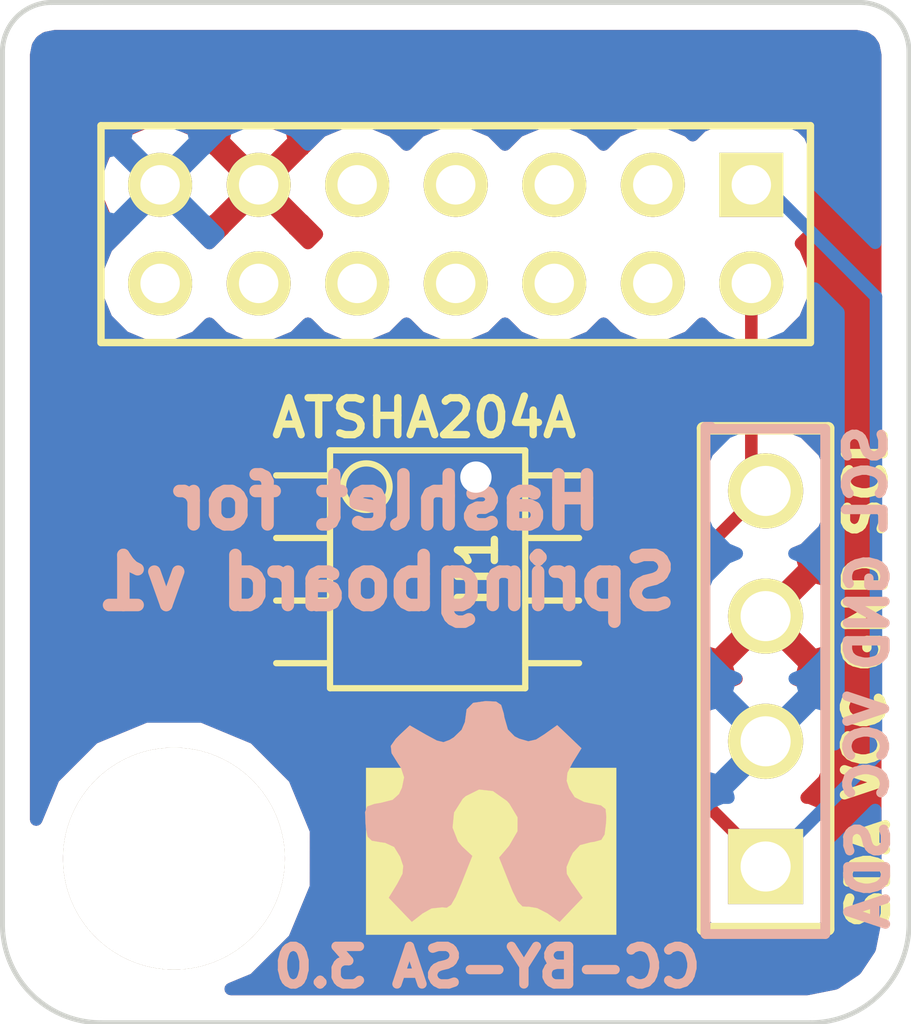
<source format=kicad_pcb>
(kicad_pcb (version 3) (host pcbnew "(2013-may-18)-stable")

  (general
    (links 8)
    (no_connects 0)
    (area 192.443134 134.899999 212.8436 155.79204)
    (thickness 1.6)
    (drawings 25)
    (tracks 14)
    (zones 0)
    (modules 6)
    (nets 5)
  )

  (page A3)
  (layers
    (15 F.Cu signal)
    (0 B.Cu signal)
    (16 B.Adhes user)
    (17 F.Adhes user)
    (18 B.Paste user)
    (19 F.Paste user)
    (20 B.SilkS user)
    (21 F.SilkS user)
    (22 B.Mask user)
    (23 F.Mask user)
    (24 Dwgs.User user)
    (25 Cmts.User user)
    (26 Eco1.User user)
    (27 Eco2.User user)
    (28 Edge.Cuts user)
  )

  (setup
    (last_trace_width 0.254)
    (trace_clearance 0.254)
    (zone_clearance 0.508)
    (zone_45_only no)
    (trace_min 0.254)
    (segment_width 0.2)
    (edge_width 0.1)
    (via_size 0.889)
    (via_drill 0.635)
    (via_min_size 0.889)
    (via_min_drill 0.508)
    (uvia_size 0.508)
    (uvia_drill 0.127)
    (uvias_allowed no)
    (uvia_min_size 0.508)
    (uvia_min_drill 0.127)
    (pcb_text_width 0.3)
    (pcb_text_size 1.5 1.5)
    (mod_edge_width 0.15)
    (mod_text_size 1 1)
    (mod_text_width 0.15)
    (pad_size 4.5 4.5)
    (pad_drill 4.5)
    (pad_to_mask_clearance 0)
    (aux_axis_origin 0 0)
    (visible_elements FFFFF3BF)
    (pcbplotparams
      (layerselection 284196865)
      (usegerberextensions true)
      (excludeedgelayer true)
      (linewidth 0.150000)
      (plotframeref false)
      (viasonmask false)
      (mode 1)
      (useauxorigin false)
      (hpglpennumber 1)
      (hpglpenspeed 20)
      (hpglpendiameter 15)
      (hpglpenoverlay 2)
      (psnegative false)
      (psa4output false)
      (plotreference true)
      (plotvalue true)
      (plotothertext true)
      (plotinvisibletext false)
      (padsonsilk false)
      (subtractmaskfromsilk false)
      (outputformat 1)
      (mirror false)
      (drillshape 0)
      (scaleselection 1)
      (outputdirectory Gergber/))
  )

  (net 0 "")
  (net 1 /I2C0SCL)
  (net 2 /I2C0SDA)
  (net 3 /VCC33)
  (net 4 GND)

  (net_class Default "This is the default net class."
    (clearance 0.254)
    (trace_width 0.254)
    (via_dia 0.889)
    (via_drill 0.635)
    (uvia_dia 0.508)
    (uvia_drill 0.127)
    (add_net "")
    (add_net /I2C0SCL)
    (add_net /I2C0SDA)
    (add_net /VCC33)
    (add_net GND)
  )

  (module PIN_ARRAY_4x1 (layer F.Cu) (tedit 54871BD1) (tstamp 5487257E)
    (at 209.44 148.67 90)
    (descr "Double rangee de contacts 2 x 5 pins")
    (tags CONN)
    (path /54871099)
    (fp_text reference P2 (at -4.08 -2.43 90) (layer F.SilkS) hide
      (effects (font (size 1.016 1.016) (thickness 0.2032)))
    )
    (fp_text value CONN_4 (at 0 2.54 90) (layer F.SilkS) hide
      (effects (font (size 1.016 1.016) (thickness 0.2032)))
    )
    (fp_line (start 5.08 1.27) (end -5.08 1.27) (layer F.SilkS) (width 0.254))
    (fp_line (start 5.08 -1.27) (end -5.08 -1.27) (layer F.SilkS) (width 0.254))
    (fp_line (start -5.08 -1.27) (end -5.08 1.27) (layer F.SilkS) (width 0.254))
    (fp_line (start 5.08 1.27) (end 5.08 -1.27) (layer F.SilkS) (width 0.254))
    (pad 1 thru_hole rect (at -3.81 0 90) (size 1.524 1.524) (drill 1.016)
      (layers *.Cu *.Mask F.SilkS)
      (net 2 /I2C0SDA)
    )
    (pad 2 thru_hole circle (at -1.27 0 90) (size 1.524 1.524) (drill 1.016)
      (layers *.Cu *.Mask F.SilkS)
      (net 3 /VCC33)
    )
    (pad 3 thru_hole circle (at 1.27 0 90) (size 1.524 1.524) (drill 1.016)
      (layers *.Cu *.Mask F.SilkS)
      (net 4 GND)
    )
    (pad 4 thru_hole circle (at 3.81 0 90) (size 1.524 1.524) (drill 1.016)
      (layers *.Cu *.Mask F.SilkS)
      (net 1 /I2C0SCL)
    )
    (model pin_array\pins_array_4x1.wrl
      (at (xyz 0 0 0))
      (scale (xyz 1 1 1))
      (rotate (xyz 0 0 0))
    )
  )

  (module PIN_ARRAY_1 (layer F.Cu) (tedit 5487AC26) (tstamp 548723D3)
    (at 197.43 152.32)
    (descr "1 pin")
    (tags "CONN DEV")
    (fp_text reference PIN_ARRAY_1 (at 0 -1.905) (layer F.SilkS) hide
      (effects (font (size 0.762 0.762) (thickness 0.1524)))
    )
    (fp_text value Val** (at 0 -1.905) (layer F.SilkS) hide
      (effects (font (size 0.762 0.762) (thickness 0.1524)))
    )
    (pad 1 thru_hole circle (at 0 0) (size 4.5 4.5) (drill 4.5)
      (layers *.Cu *.Mask F.SilkS)
    )
  )

  (module so-8 (layer F.Cu) (tedit 54871D2E) (tstamp 54686585)
    (at 202.58 146.45 270)
    (descr SO-8)
    (path /54685FEC)
    (attr smd)
    (fp_text reference U1 (at 0 -1.016 270) (layer F.SilkS)
      (effects (font (size 0.7493 0.7493) (thickness 0.14986)))
    )
    (fp_text value ATSHA204A (at -3.07 0.07 360) (layer F.SilkS)
      (effects (font (size 0.7493 0.7493) (thickness 0.14986)))
    )
    (fp_line (start -2.413 -1.9812) (end -2.413 1.9812) (layer F.SilkS) (width 0.127))
    (fp_line (start -2.413 1.9812) (end 2.413 1.9812) (layer F.SilkS) (width 0.127))
    (fp_line (start 2.413 1.9812) (end 2.413 -1.9812) (layer F.SilkS) (width 0.127))
    (fp_line (start 2.413 -1.9812) (end -2.413 -1.9812) (layer F.SilkS) (width 0.127))
    (fp_line (start -1.905 -1.9812) (end -1.905 -3.0734) (layer F.SilkS) (width 0.127))
    (fp_line (start -0.635 -1.9812) (end -0.635 -3.0734) (layer F.SilkS) (width 0.127))
    (fp_line (start 0.635 -1.9812) (end 0.635 -3.0734) (layer F.SilkS) (width 0.127))
    (fp_line (start 1.905 -3.0734) (end 1.905 -1.9812) (layer F.SilkS) (width 0.127))
    (fp_line (start 1.905 1.9812) (end 1.905 3.0734) (layer F.SilkS) (width 0.127))
    (fp_line (start 0.635 3.0734) (end 0.635 1.9812) (layer F.SilkS) (width 0.127))
    (fp_line (start -0.635 3.0734) (end -0.635 1.9812) (layer F.SilkS) (width 0.127))
    (fp_line (start -1.905 3.0734) (end -1.905 1.9812) (layer F.SilkS) (width 0.127))
    (fp_circle (center -1.6764 1.2446) (end -1.9558 1.6256) (layer F.SilkS) (width 0.127))
    (pad 1 smd rect (at -1.905 2.794 270) (size 0.635 1.27)
      (layers F.Cu F.Paste F.Mask)
    )
    (pad 2 smd rect (at -0.635 2.794 270) (size 0.635 1.27)
      (layers F.Cu F.Paste F.Mask)
    )
    (pad 3 smd rect (at 0.635 2.794 270) (size 0.635 1.27)
      (layers F.Cu F.Paste F.Mask)
    )
    (pad 4 smd rect (at 1.905 2.794 270) (size 0.635 1.27)
      (layers F.Cu F.Paste F.Mask)
      (net 4 GND)
    )
    (pad 5 smd rect (at 1.905 -2.794 270) (size 0.635 1.27)
      (layers F.Cu F.Paste F.Mask)
      (net 2 /I2C0SDA)
    )
    (pad 6 smd rect (at 0.635 -2.794 270) (size 0.635 1.27)
      (layers F.Cu F.Paste F.Mask)
      (net 1 /I2C0SCL)
    )
    (pad 7 smd rect (at -0.635 -2.794 270) (size 0.635 1.27)
      (layers F.Cu F.Paste F.Mask)
    )
    (pad 8 smd rect (at -1.905 -2.794 270) (size 0.635 1.27)
      (layers F.Cu F.Paste F.Mask)
      (net 3 /VCC33)
    )
    (model smd/smd_dil/so-8.wrl
      (at (xyz 0 0 0))
      (scale (xyz 1 1 1))
      (rotate (xyz 0 0 0))
    )
  )

  (module pin_array_2mm_7x2 (layer F.Cu) (tedit 54871D4C) (tstamp 546865A7)
    (at 203.15 139.65 180)
    (descr "Double range 2mm pins 7x2")
    (tags CONN)
    (path /54685D57)
    (fp_text reference P1 (at 6.33 -3.15 180) (layer F.SilkS) hide
      (effects (font (size 1.016 1.016) (thickness 0.2032)))
    )
    (fp_text value CONN_7X2 (at 0 3.81 180) (layer F.SilkS) hide
      (effects (font (size 1.016 1.016) (thickness 0.2032)))
    )
    (fp_line (start -7.2 -2.2) (end 7.2 -2.2) (layer F.SilkS) (width 0.15))
    (fp_line (start 7.2 -2.2) (end 7.2 2.2) (layer F.SilkS) (width 0.15))
    (fp_line (start 7.2 2.2) (end -7.2 2.2) (layer F.SilkS) (width 0.15))
    (fp_line (start -7.2 2.2) (end -7.2 -2.2) (layer F.SilkS) (width 0.15))
    (pad 1 thru_hole rect (at -6 1 180) (size 1.3 1.3) (drill 0.8)
      (layers *.Cu *.Mask F.SilkS)
      (net 2 /I2C0SDA)
    )
    (pad 2 thru_hole circle (at -6 -1 180) (size 1.3 1.3) (drill 0.8)
      (layers *.Cu *.Mask F.SilkS)
      (net 1 /I2C0SCL)
    )
    (pad 3 thru_hole circle (at -4 1 180) (size 1.3 1.3) (drill 0.8)
      (layers *.Cu *.Mask F.SilkS)
    )
    (pad 4 thru_hole circle (at -4 -1 180) (size 1.3 1.3) (drill 0.8)
      (layers *.Cu *.Mask F.SilkS)
    )
    (pad 5 thru_hole circle (at -2 1 180) (size 1.3 1.3) (drill 0.8)
      (layers *.Cu *.Mask F.SilkS)
    )
    (pad 6 thru_hole circle (at -2 -1 180) (size 1.3 1.3) (drill 0.8)
      (layers *.Cu *.Mask F.SilkS)
    )
    (pad 7 thru_hole circle (at 0 1 180) (size 1.3 1.3) (drill 0.8)
      (layers *.Cu *.Mask F.SilkS)
    )
    (pad 8 thru_hole circle (at 0 -1 180) (size 1.3 1.3) (drill 0.8)
      (layers *.Cu *.Mask F.SilkS)
    )
    (pad 9 thru_hole circle (at 2 1 180) (size 1.3 1.3) (drill 0.8)
      (layers *.Cu *.Mask F.SilkS)
    )
    (pad 10 thru_hole circle (at 2 -1 180) (size 1.3 1.3) (drill 0.8)
      (layers *.Cu *.Mask F.SilkS)
    )
    (pad 11 thru_hole circle (at 4 1 180) (size 1.3 1.3) (drill 0.8)
      (layers *.Cu *.Mask F.SilkS)
      (net 4 GND)
    )
    (pad 12 thru_hole circle (at 4 -1 180) (size 1.3 1.3) (drill 0.8)
      (layers *.Cu *.Mask F.SilkS)
    )
    (pad 13 thru_hole circle (at 6 1 180) (size 1.3 1.3) (drill 0.8)
      (layers *.Cu *.Mask F.SilkS)
      (net 3 /VCC33)
    )
    (pad 14 thru_hole circle (at 6 -1 180) (size 1.3 1.3) (drill 0.8)
      (layers *.Cu *.Mask F.SilkS)
    )
    (model pin_array/pins_array_female_7x1.wrl
      (at (xyz 0 0.039 0))
      (scale (xyz 0.78 0.78 1))
      (rotate (xyz 0 0 0))
    )
    (model pin_array/pins_array_female_7x1.wrl
      (at (xyz 0 -0.039 0))
      (scale (xyz 0.78 0.78 1))
      (rotate (xyz 0 0 0))
    )
  )

  (module LOGO (layer F.Cu) (tedit 0) (tstamp 54872818)
    (at 203.87 152.17)
    (fp_text reference G*** (at 0 2.45364) (layer F.SilkS) hide
      (effects (font (size 1.524 1.524) (thickness 0.3048)))
    )
    (fp_text value LOGO (at 0 -2.45364) (layer F.SilkS) hide
      (effects (font (size 1.524 1.524) (thickness 0.3048)))
    )
    (fp_poly (pts (xy 2.54 1.69418) (xy 0 1.69418) (xy -2.54 1.69418) (xy -2.54 0)
      (xy -2.54 -1.69164) (xy 0 -1.69164) (xy 2.54 -1.69164) (xy 2.54 0)
      (xy 2.54 1.69418) (xy 2.54 1.69418)) (layer F.SilkS) (width 0.00254))
  )

  (module OSHW (layer B.Cu) (tedit 0) (tstamp 548728E9)
    (at 203.76 151.41)
    (fp_text reference G*** (at 0 -3.048) (layer B.SilkS) hide
      (effects (font (size 1.524 1.524) (thickness 0.3048)) (justify mirror))
    )
    (fp_text value LOGO (at 0 3.048) (layer B.SilkS) hide
      (effects (font (size 1.524 1.524) (thickness 0.3048)) (justify mirror))
    )
    (fp_poly (pts (xy 2.44602 0.06604) (xy 2.4384 0.19812) (xy 2.41046 0.42164) (xy 2.34442 0.52832)
      (xy 2.1971 0.56896) (xy 2.1336 0.57658) (xy 1.91262 0.635) (xy 1.76784 0.78994)
      (xy 1.71958 0.88392) (xy 1.6383 1.0795) (xy 1.64338 1.2192) (xy 1.7399 1.38684)
      (xy 1.77546 1.4351) (xy 1.96596 1.70434) (xy 1.73228 1.94818) (xy 1.4986 2.19456)
      (xy 1.25222 2.0193) (xy 1.04394 1.91262) (xy 0.86106 1.88214) (xy 0.84582 1.88468)
      (xy 0.74676 1.8796) (xy 0.65278 1.78562) (xy 0.5461 1.57226) (xy 0.48006 1.4097)
      (xy 0.27178 0.889) (xy 0.47498 0.65024) (xy 0.64516 0.3556) (xy 0.6477 0.07366)
      (xy 0.48006 -0.20574) (xy 0.42926 -0.26162) (xy 0.14478 -0.46228) (xy -0.13716 -0.49276)
      (xy -0.40894 -0.35814) (xy -0.4699 -0.30226) (xy -0.64516 -0.0254) (xy -0.67564 0.28194)
      (xy -0.56388 0.56642) (xy -0.47752 0.66802) (xy -0.27432 0.85598) (xy -0.49022 1.39954)
      (xy -0.61214 1.68656) (xy -0.70358 1.84658) (xy -0.79248 1.905) (xy -0.88646 1.89738)
      (xy -1.10236 1.92024) (xy -1.2827 2.02184) (xy -1.50114 2.19202) (xy -1.73482 1.94818)
      (xy -1.9685 1.70434) (xy -1.79578 1.4224) (xy -1.6891 1.2192) (xy -1.67386 1.05918)
      (xy -1.73736 0.87122) (xy -1.85928 0.6731) (xy -2.04216 0.58928) (xy -2.1336 0.57658)
      (xy -2.3114 0.5461) (xy -2.39776 0.46482) (xy -2.43332 0.28448) (xy -2.44094 0.1905)
      (xy -2.44856 -0.03556) (xy -2.40538 -0.14732) (xy -2.26314 -0.19812) (xy -2.12852 -0.22098)
      (xy -1.88976 -0.28194) (xy -1.76022 -0.39878) (xy -1.69926 -0.52832) (xy -1.65608 -0.73914)
      (xy -1.71704 -0.92202) (xy -1.78054 -1.01854) (xy -1.91262 -1.22936) (xy -1.92786 -1.37668)
      (xy -1.82626 -1.52146) (xy -1.74498 -1.60274) (xy -1.54178 -1.79324) (xy -1.2065 -1.6002)
      (xy -0.99314 -1.4859) (xy -0.85852 -1.45288) (xy -0.73406 -1.4986) (xy -0.6477 -1.55194)
      (xy -0.49022 -1.70434) (xy -0.42418 -1.85928) (xy -0.38862 -2.11836) (xy -0.25654 -2.25044)
      (xy -0.00254 -2.286) (xy 0 -2.286) (xy 0.21082 -2.27584) (xy 0.31242 -2.20726)
      (xy 0.36576 -2.032) (xy 0.37846 -1.9558) (xy 0.44958 -1.70942) (xy 0.58674 -1.56972)
      (xy 0.67818 -1.524) (xy 0.8636 -1.47066) (xy 1.02108 -1.50622) (xy 1.18618 -1.61036)
      (xy 1.45034 -1.79832) (xy 1.69672 -1.56464) (xy 1.9431 -1.32842) (xy 1.7653 -1.0414)
      (xy 1.65608 -0.83058) (xy 1.64084 -0.66548) (xy 1.69164 -0.51308) (xy 1.8034 -0.33528)
      (xy 1.9939 -0.23876) (xy 2.12852 -0.21082) (xy 2.33934 -0.16764) (xy 2.43078 -0.09398)
      (xy 2.44602 0.06604) (xy 2.44602 0.06604)) (layer B.SilkS) (width 0.00254))
  )

  (gr_text "CC-BY-SA 3.0\n" (at 203.79 154.52) (layer B.SilkS)
    (effects (font (size 0.762 0.762) (thickness 0.1905)) (justify mirror))
  )
  (gr_text "Hashlet for\nSpringboard v1" (at 201.75 145.9) (layer B.SilkS)
    (effects (font (size 1.016 1.016) (thickness 0.254)) (justify mirror))
  )
  (gr_text VCC (at 211.51 150.04 90) (layer B.SilkS)
    (effects (font (size 0.762 0.762) (thickness 0.1905)) (justify mirror))
  )
  (gr_text SCL (at 211.48 144.62 90) (layer B.SilkS)
    (effects (font (size 0.762 0.762) (thickness 0.1905)) (justify mirror))
  )
  (gr_text SDA (at 211.53 152.65 90) (layer B.SilkS)
    (effects (font (size 0.762 0.762) (thickness 0.1905)) (justify mirror))
  )
  (gr_text GND (at 211.52 147.32 90) (layer B.SilkS)
    (effects (font (size 0.762 0.762) (thickness 0.1905)) (justify mirror))
  )
  (gr_line (start 208.22 143.56) (end 208.33 143.56) (angle 90) (layer B.SilkS) (width 0.2))
  (gr_line (start 208.22 153.85) (end 208.22 143.56) (angle 90) (layer B.SilkS) (width 0.2))
  (gr_line (start 210.65 153.85) (end 208.22 153.85) (angle 90) (layer B.SilkS) (width 0.2))
  (gr_line (start 210.65 143.6) (end 210.65 153.85) (angle 90) (layer B.SilkS) (width 0.2))
  (gr_line (start 208.22 143.6) (end 210.65 143.6) (angle 90) (layer B.SilkS) (width 0.2))
  (gr_text VCC (at 211.46 150.01 90) (layer F.SilkS)
    (effects (font (size 0.762 0.762) (thickness 0.1905)))
  )
  (gr_text SCL (at 211.48 144.72 90) (layer F.SilkS)
    (effects (font (size 0.762 0.762) (thickness 0.1905)))
  )
  (gr_text SDA (at 211.53 152.63 90) (layer F.SilkS)
    (effects (font (size 0.762 0.762) (thickness 0.1905)))
  )
  (gr_text GND (at 211.48 147.35 90) (layer F.SilkS)
    (effects (font (size 0.762 0.762) (thickness 0.1905)))
  )
  (gr_line (start 195.95 155.65) (end 210.35 155.65) (angle 90) (layer Edge.Cuts) (width 0.1))
  (gr_arc (start 195.95 153.65) (end 195.95 155.65) (angle 90) (layer Edge.Cuts) (width 0.1))
  (gr_line (start 193.95 135.95) (end 193.95 153.65) (angle 90) (layer Edge.Cuts) (width 0.1))
  (gr_arc (start 194.95 135.95) (end 193.95 135.95) (angle 90) (layer Edge.Cuts) (width 0.1))
  (gr_line (start 195.95 134.95) (end 194.94 134.95) (angle 90) (layer Edge.Cuts) (width 0.1))
  (gr_line (start 212.35 153.65) (end 212.35 135.95) (angle 90) (layer Edge.Cuts) (width 0.1))
  (gr_arc (start 210.35 153.65) (end 212.35 153.65) (angle 90) (layer Edge.Cuts) (width 0.1))
  (gr_arc (start 211.35 135.95) (end 211.35 134.95) (angle 90) (layer Edge.Cuts) (width 0.1))
  (gr_line (start 210.35 134.95) (end 211.35 134.95) (angle 90) (layer Edge.Cuts) (width 0.1))
  (gr_line (start 210.35 134.95) (end 195.95 134.95) (angle 90) (layer Edge.Cuts) (width 0.1))

  (segment (start 209.44 144.86) (end 209.39 144.86) (width 0.254) (layer F.Cu) (net 1))
  (segment (start 207.165 147.085) (end 205.374 147.085) (width 0.254) (layer F.Cu) (net 1) (tstamp 5487B250))
  (segment (start 209.39 144.86) (end 207.165 147.085) (width 0.254) (layer F.Cu) (net 1) (tstamp 5487B241))
  (segment (start 209.15 140.65) (end 209.15 144.57) (width 0.254) (layer F.Cu) (net 1))
  (segment (start 209.15 144.57) (end 209.44 144.86) (width 0.254) (layer F.Cu) (net 1) (tstamp 5487B23A))
  (segment (start 209.15 138.65) (end 209.41 138.65) (width 0.254) (layer B.Cu) (net 2))
  (segment (start 211.68 150.24) (end 209.44 152.48) (width 0.254) (layer B.Cu) (net 2) (tstamp 5487B26C))
  (segment (start 211.68 140.92) (end 211.68 150.24) (width 0.254) (layer B.Cu) (net 2) (tstamp 5487B25F))
  (segment (start 209.41 138.65) (end 211.68 140.92) (width 0.254) (layer B.Cu) (net 2) (tstamp 5487B25B))
  (segment (start 209.44 152.48) (end 209.44 152.421) (width 0.254) (layer F.Cu) (net 2))
  (segment (start 209.44 152.421) (end 205.374 148.355) (width 0.254) (layer F.Cu) (net 2) (tstamp 5487B071))
  (segment (start 205.374 144.545) (end 203.595 144.545) (width 0.254) (layer F.Cu) (net 3))
  (via (at 203.56 144.58) (size 0.889) (layers F.Cu B.Cu) (net 3))
  (segment (start 203.595 144.545) (end 203.56 144.58) (width 0.254) (layer F.Cu) (net 3) (tstamp 5487ABB7))

  (zone (net 4) (net_name GND) (layer F.Cu) (tstamp 54872389) (hatch edge 0.508)
    (connect_pads (clearance 0.508))
    (min_thickness 0.254)
    (fill (arc_segments 16) (thermal_gap 0.508) (thermal_bridge_width 0.508))
    (polygon
      (pts
        (xy 195 135.14) (xy 211.3 135.14) (xy 212.03 135.71) (xy 212.18 153.66) (xy 211.68 154.84)
        (xy 210.65 155.41) (xy 195.76 155.45) (xy 194.73 154.84) (xy 194.16 153.92) (xy 194.16 135.79)
        (xy 194.92 135.14)
      )
    )
    (filled_polygon
      (pts
        (xy 211.665 153.585707) (xy 211.552964 154.146387) (xy 211.269288 154.571742) (xy 210.849626 154.851623) (xy 210.849143 154.851719)
        (xy 210.849143 147.607696) (xy 210.82136 147.052631) (xy 210.662396 146.668858) (xy 210.420212 146.599393) (xy 209.619605 147.4)
        (xy 210.420212 148.200607) (xy 210.662396 148.131142) (xy 210.849143 147.607696) (xy 210.849143 154.851719) (xy 210.837241 154.854097)
        (xy 210.837241 149.663339) (xy 210.625009 149.149697) (xy 210.23237 148.756372) (xy 210.040269 148.676605) (xy 210.171142 148.622396)
        (xy 210.240607 148.380212) (xy 209.44 147.579605) (xy 208.639393 148.380212) (xy 208.708858 148.622396) (xy 208.849321 148.672508)
        (xy 208.649697 148.754991) (xy 208.256372 149.14763) (xy 208.043244 149.660901) (xy 208.042994 149.946364) (xy 206.644109 148.547479)
        (xy 206.64411 148.546745) (xy 206.64411 147.911745) (xy 206.617358 147.847) (xy 207.165 147.847) (xy 207.165 147.846999)
        (xy 207.456604 147.788996) (xy 207.456605 147.788996) (xy 207.703815 147.623815) (xy 208.035836 147.291793) (xy 208.05864 147.747369)
        (xy 208.217604 148.131142) (xy 208.459788 148.200607) (xy 209.260395 147.4) (xy 209.246252 147.385857) (xy 209.425857 147.206252)
        (xy 209.44 147.220395) (xy 210.240607 146.419788) (xy 210.171142 146.177604) (xy 210.030678 146.127491) (xy 210.230303 146.045009)
        (xy 210.623628 145.65237) (xy 210.836756 145.139099) (xy 210.837241 144.583339) (xy 210.625009 144.069697) (xy 210.23237 143.676372)
        (xy 209.912 143.543343) (xy 209.912 141.705009) (xy 210.238734 141.378844) (xy 210.434776 140.906724) (xy 210.435222 140.395519)
        (xy 210.240005 139.923057) (xy 210.156756 139.839662) (xy 210.159229 139.838641) (xy 210.338013 139.660168) (xy 210.434889 139.426864)
        (xy 210.43511 139.174245) (xy 210.43511 137.874245) (xy 210.338641 137.640771) (xy 210.160168 137.461987) (xy 209.926864 137.365111)
        (xy 209.674245 137.36489) (xy 208.374245 137.36489) (xy 208.140771 137.461359) (xy 207.961987 137.639832) (xy 207.960602 137.643166)
        (xy 207.878844 137.561266) (xy 207.406724 137.365224) (xy 206.895519 137.364778) (xy 206.423057 137.559995) (xy 206.14984 137.832735)
        (xy 205.878844 137.561266) (xy 205.406724 137.365224) (xy 204.895519 137.364778) (xy 204.423057 137.559995) (xy 204.14984 137.832735)
        (xy 203.878844 137.561266) (xy 203.406724 137.365224) (xy 202.895519 137.364778) (xy 202.423057 137.559995) (xy 202.14984 137.832735)
        (xy 201.878844 137.561266) (xy 201.406724 137.365224) (xy 200.895519 137.364778) (xy 200.423057 137.559995) (xy 200.061266 137.921156)
        (xy 200.056588 137.93242) (xy 200.049014 137.930591) (xy 199.869409 138.110196) (xy 199.869409 137.750986) (xy 199.813729 137.52039)
        (xy 199.330922 137.352378) (xy 198.820572 137.381919) (xy 198.486271 137.52039) (xy 198.430591 137.750986) (xy 199.15 138.470395)
        (xy 199.869409 137.750986) (xy 199.869409 138.110196) (xy 199.329605 138.65) (xy 200.049014 139.369409) (xy 200.056168 139.367681)
        (xy 200.059995 139.376943) (xy 200.332735 139.650159) (xy 200.14984 139.832735) (xy 199.878844 139.561266) (xy 199.867579 139.556588)
        (xy 199.869409 139.549014) (xy 199.15 138.829605) (xy 198.430591 139.549014) (xy 198.432318 139.556168) (xy 198.423057 139.559995)
        (xy 198.14984 139.832735) (xy 197.967264 139.64984) (xy 198.238734 139.378844) (xy 198.243411 139.367579) (xy 198.250986 139.369409)
        (xy 198.970395 138.65) (xy 198.250986 137.930591) (xy 198.243831 137.932318) (xy 198.240005 137.923057) (xy 197.878844 137.561266)
        (xy 197.406724 137.365224) (xy 196.895519 137.364778) (xy 196.423057 137.559995) (xy 196.061266 137.921156) (xy 195.865224 138.393276)
        (xy 195.864778 138.904481) (xy 196.059995 139.376943) (xy 196.332735 139.650159) (xy 196.061266 139.921156) (xy 195.865224 140.393276)
        (xy 195.864778 140.904481) (xy 196.059995 141.376943) (xy 196.421156 141.738734) (xy 196.893276 141.934776) (xy 197.404481 141.935222)
        (xy 197.876943 141.740005) (xy 198.150159 141.467264) (xy 198.421156 141.738734) (xy 198.893276 141.934776) (xy 199.404481 141.935222)
        (xy 199.876943 141.740005) (xy 200.150159 141.467264) (xy 200.421156 141.738734) (xy 200.893276 141.934776) (xy 201.404481 141.935222)
        (xy 201.876943 141.740005) (xy 202.150159 141.467264) (xy 202.421156 141.738734) (xy 202.893276 141.934776) (xy 203.404481 141.935222)
        (xy 203.876943 141.740005) (xy 204.150159 141.467264) (xy 204.421156 141.738734) (xy 204.893276 141.934776) (xy 205.404481 141.935222)
        (xy 205.876943 141.740005) (xy 206.150159 141.467264) (xy 206.421156 141.738734) (xy 206.893276 141.934776) (xy 207.404481 141.935222)
        (xy 207.876943 141.740005) (xy 208.150159 141.467264) (xy 208.388 141.70552) (xy 208.388 143.936231) (xy 208.256372 144.06763)
        (xy 208.043244 144.580901) (xy 208.042765 145.129604) (xy 206.84937 146.323) (xy 206.617465 146.323) (xy 206.643889 146.259364)
        (xy 206.64411 146.006745) (xy 206.64411 145.371745) (xy 206.564806 145.179815) (xy 206.643889 144.989364) (xy 206.64411 144.736745)
        (xy 206.64411 144.101745) (xy 206.547641 143.868271) (xy 206.369168 143.689487) (xy 206.135864 143.592611) (xy 205.883245 143.59239)
        (xy 204.613245 143.59239) (xy 204.379771 143.688859) (xy 204.287588 143.780881) (xy 204.172286 143.665378) (xy 203.775668 143.500687)
        (xy 203.346216 143.500313) (xy 202.949311 143.664311) (xy 202.645378 143.967714) (xy 202.480687 144.364332) (xy 202.480313 144.793784)
        (xy 202.644311 145.190689) (xy 202.947714 145.494622) (xy 203.344332 145.659313) (xy 203.773784 145.659687) (xy 204.103977 145.523253)
        (xy 204.10389 145.623255) (xy 204.10389 146.258255) (xy 204.183193 146.450184) (xy 204.104111 146.640636) (xy 204.10389 146.893255)
        (xy 204.10389 147.528255) (xy 204.183193 147.720184) (xy 204.104111 147.910636) (xy 204.10389 148.163255) (xy 204.10389 148.798255)
        (xy 204.200359 149.031729) (xy 204.378832 149.210513) (xy 204.612136 149.307389) (xy 204.864755 149.30761) (xy 205.248979 149.30761)
        (xy 208.04289 152.10152) (xy 208.04289 153.367755) (xy 208.139359 153.601229) (xy 208.317832 153.780013) (xy 208.551136 153.876889)
        (xy 208.803755 153.87711) (xy 210.327755 153.87711) (xy 210.561229 153.780641) (xy 210.740013 153.602168) (xy 210.836889 153.368864)
        (xy 210.83711 153.116245) (xy 210.83711 151.592245) (xy 210.740641 151.358771) (xy 210.562168 151.179987) (xy 210.328864 151.083111)
        (xy 210.272323 151.083061) (xy 210.623628 150.73237) (xy 210.836756 150.219099) (xy 210.837241 149.663339) (xy 210.837241 154.854097)
        (xy 210.282231 154.965) (xy 201.05611 154.965) (xy 201.05611 148.798255) (xy 201.05611 147.911745) (xy 200.976806 147.719815)
        (xy 201.055889 147.529364) (xy 201.05611 147.276745) (xy 201.05611 146.641745) (xy 200.976806 146.449815) (xy 201.055889 146.259364)
        (xy 201.05611 146.006745) (xy 201.05611 145.371745) (xy 200.976806 145.179815) (xy 201.055889 144.989364) (xy 201.05611 144.736745)
        (xy 201.05611 144.101745) (xy 200.959641 143.868271) (xy 200.781168 143.689487) (xy 200.547864 143.592611) (xy 200.295245 143.59239)
        (xy 199.025245 143.59239) (xy 198.791771 143.688859) (xy 198.612987 143.867332) (xy 198.516111 144.100636) (xy 198.51589 144.353255)
        (xy 198.51589 144.988255) (xy 198.595193 145.180184) (xy 198.516111 145.370636) (xy 198.51589 145.623255) (xy 198.51589 146.258255)
        (xy 198.595193 146.450184) (xy 198.516111 146.640636) (xy 198.51589 146.893255) (xy 198.51589 147.528255) (xy 198.595117 147.72)
        (xy 198.51589 147.911745) (xy 198.516 148.06925) (xy 198.67475 148.228) (xy 199.659 148.228) (xy 199.659 148.208)
        (xy 199.913 148.208) (xy 199.913 148.228) (xy 200.89725 148.228) (xy 201.056 148.06925) (xy 201.05611 147.911745)
        (xy 201.05611 148.798255) (xy 201.056 148.64075) (xy 200.89725 148.482) (xy 199.913 148.482) (xy 199.913 149.14875)
        (xy 200.07175 149.3075) (xy 200.295245 149.30761) (xy 200.547864 149.307389) (xy 200.781168 149.210513) (xy 200.959641 149.031729)
        (xy 201.05611 148.798255) (xy 201.05611 154.965) (xy 198.583396 154.965) (xy 199.062086 154.76721) (xy 199.874357 153.956355)
        (xy 200.314498 152.89638) (xy 200.315499 151.748656) (xy 199.87721 150.687914) (xy 199.659 150.469322) (xy 199.659 149.14875)
        (xy 199.659 148.482) (xy 198.67475 148.482) (xy 198.516 148.64075) (xy 198.51589 148.798255) (xy 198.612359 149.031729)
        (xy 198.790832 149.210513) (xy 199.024136 149.307389) (xy 199.276755 149.30761) (xy 199.50025 149.3075) (xy 199.659 149.14875)
        (xy 199.659 150.469322) (xy 199.066355 149.875643) (xy 198.00638 149.435502) (xy 196.858656 149.434501) (xy 195.797914 149.87279)
        (xy 194.985643 150.683645) (xy 194.635 151.528085) (xy 194.635 136.017164) (xy 194.671115 135.834766) (xy 194.736099 135.737328)
        (xy 194.8349 135.671435) (xy 195.018916 135.635) (xy 195.95 135.635) (xy 210.35 135.635) (xy 211.282835 135.635)
        (xy 211.465233 135.671115) (xy 211.562671 135.736099) (xy 211.628564 135.8349) (xy 211.665 136.018916) (xy 211.665 153.585707)
      )
    )
  )
  (zone (net 3) (net_name /VCC33) (layer B.Cu) (tstamp 5487238B) (hatch edge 0.508)
    (connect_pads (clearance 0.508))
    (min_thickness 0.254)
    (fill (arc_segments 16) (thermal_gap 0.508) (thermal_bridge_width 0.508))
    (polygon
      (pts
        (xy 195.83 155.37) (xy 194.65 154.84) (xy 194.23 153.92) (xy 194.23 135.79) (xy 194.84 135.22)
        (xy 211.42 135.22) (xy 212.03 135.67) (xy 212.18 153.66) (xy 211.72 154.72) (xy 210.54 155.41)
        (xy 195.95 155.41)
      )
    )
    (filled_polygon
      (pts
        (xy 211.665 153.585707) (xy 211.552964 154.146387) (xy 211.269288 154.571742) (xy 210.849626 154.851623) (xy 210.282231 154.965)
        (xy 198.583396 154.965) (xy 199.062086 154.76721) (xy 199.874357 153.956355) (xy 200.314498 152.89638) (xy 200.315499 151.748656)
        (xy 199.87721 150.687914) (xy 199.066355 149.875643) (xy 198.00638 149.435502) (xy 196.858656 149.434501) (xy 195.797914 149.87279)
        (xy 194.985643 150.683645) (xy 194.635 151.528085) (xy 194.635 136.017164) (xy 194.671115 135.834766) (xy 194.736099 135.737328)
        (xy 194.8349 135.671435) (xy 195.018916 135.635) (xy 195.95 135.635) (xy 210.35 135.635) (xy 211.282835 135.635)
        (xy 211.465233 135.671115) (xy 211.562671 135.736099) (xy 211.628564 135.8349) (xy 211.665 136.018916) (xy 211.665 139.827369)
        (xy 210.43511 138.597479) (xy 210.43511 137.874245) (xy 210.338641 137.640771) (xy 210.160168 137.461987) (xy 209.926864 137.365111)
        (xy 209.674245 137.36489) (xy 208.374245 137.36489) (xy 208.140771 137.461359) (xy 207.961987 137.639832) (xy 207.960602 137.643166)
        (xy 207.878844 137.561266) (xy 207.406724 137.365224) (xy 206.895519 137.364778) (xy 206.423057 137.559995) (xy 206.14984 137.832735)
        (xy 205.878844 137.561266) (xy 205.406724 137.365224) (xy 204.895519 137.364778) (xy 204.423057 137.559995) (xy 204.14984 137.832735)
        (xy 203.878844 137.561266) (xy 203.406724 137.365224) (xy 202.895519 137.364778) (xy 202.423057 137.559995) (xy 202.14984 137.832735)
        (xy 201.878844 137.561266) (xy 201.406724 137.365224) (xy 200.895519 137.364778) (xy 200.423057 137.559995) (xy 200.14984 137.832735)
        (xy 199.878844 137.561266) (xy 199.406724 137.365224) (xy 198.895519 137.364778) (xy 198.423057 137.559995) (xy 198.061266 137.921156)
        (xy 198.056588 137.93242) (xy 198.049014 137.930591) (xy 197.869409 138.110196) (xy 197.869409 137.750986) (xy 197.813729 137.52039)
        (xy 197.330922 137.352378) (xy 196.820572 137.381919) (xy 196.486271 137.52039) (xy 196.430591 137.750986) (xy 197.15 138.470395)
        (xy 197.869409 137.750986) (xy 197.869409 138.110196) (xy 197.329605 138.65) (xy 198.049014 139.369409) (xy 198.056168 139.367681)
        (xy 198.059995 139.376943) (xy 198.332735 139.650159) (xy 198.14984 139.832735) (xy 197.878844 139.561266) (xy 197.867579 139.556588)
        (xy 197.869409 139.549014) (xy 197.15 138.829605) (xy 196.970395 139.00921) (xy 196.970395 138.65) (xy 196.250986 137.930591)
        (xy 196.02039 137.986271) (xy 195.852378 138.469078) (xy 195.881919 138.979428) (xy 196.02039 139.313729) (xy 196.250986 139.369409)
        (xy 196.970395 138.65) (xy 196.970395 139.00921) (xy 196.430591 139.549014) (xy 196.432318 139.556168) (xy 196.423057 139.559995)
        (xy 196.061266 139.921156) (xy 195.865224 140.393276) (xy 195.864778 140.904481) (xy 196.059995 141.376943) (xy 196.421156 141.738734)
        (xy 196.893276 141.934776) (xy 197.404481 141.935222) (xy 197.876943 141.740005) (xy 198.150159 141.467264) (xy 198.421156 141.738734)
        (xy 198.893276 141.934776) (xy 199.404481 141.935222) (xy 199.876943 141.740005) (xy 200.150159 141.467264) (xy 200.421156 141.738734)
        (xy 200.893276 141.934776) (xy 201.404481 141.935222) (xy 201.876943 141.740005) (xy 202.150159 141.467264) (xy 202.421156 141.738734)
        (xy 202.893276 141.934776) (xy 203.404481 141.935222) (xy 203.876943 141.740005) (xy 204.150159 141.467264) (xy 204.421156 141.738734)
        (xy 204.893276 141.934776) (xy 205.404481 141.935222) (xy 205.876943 141.740005) (xy 206.150159 141.467264) (xy 206.421156 141.738734)
        (xy 206.893276 141.934776) (xy 207.404481 141.935222) (xy 207.876943 141.740005) (xy 208.150159 141.467264) (xy 208.421156 141.738734)
        (xy 208.893276 141.934776) (xy 209.404481 141.935222) (xy 209.876943 141.740005) (xy 210.238734 141.378844) (xy 210.434776 140.906724)
        (xy 210.43491 140.752541) (xy 210.918 141.23563) (xy 210.918 149.924369) (xy 210.841779 150.000589) (xy 210.837241 149.909922)
        (xy 210.837241 147.123339) (xy 210.625009 146.609697) (xy 210.23237 146.216372) (xy 210.024485 146.13005) (xy 210.230303 146.045009)
        (xy 210.623628 145.65237) (xy 210.836756 145.139099) (xy 210.837241 144.583339) (xy 210.625009 144.069697) (xy 210.23237 143.676372)
        (xy 209.719099 143.463244) (xy 209.163339 143.462759) (xy 208.649697 143.674991) (xy 208.256372 144.06763) (xy 208.043244 144.580901)
        (xy 208.042759 145.136661) (xy 208.254991 145.650303) (xy 208.64763 146.043628) (xy 208.855514 146.129949) (xy 208.649697 146.214991)
        (xy 208.256372 146.60763) (xy 208.043244 147.120901) (xy 208.042759 147.676661) (xy 208.254991 148.190303) (xy 208.64763 148.583628)
        (xy 208.83973 148.663394) (xy 208.708858 148.717604) (xy 208.639393 148.959788) (xy 209.44 149.760395) (xy 210.240607 148.959788)
        (xy 210.171142 148.717604) (xy 210.030678 148.667491) (xy 210.230303 148.585009) (xy 210.623628 148.19237) (xy 210.836756 147.679099)
        (xy 210.837241 147.123339) (xy 210.837241 149.909922) (xy 210.82136 149.592631) (xy 210.662396 149.208858) (xy 210.420212 149.139393)
        (xy 209.619605 149.94) (xy 209.633747 149.954142) (xy 209.454142 150.133747) (xy 209.44 150.119605) (xy 209.260395 150.29921)
        (xy 209.260395 149.94) (xy 208.459788 149.139393) (xy 208.217604 149.208858) (xy 208.030857 149.732304) (xy 208.05864 150.287369)
        (xy 208.217604 150.671142) (xy 208.459788 150.740607) (xy 209.260395 149.94) (xy 209.260395 150.29921) (xy 208.639393 150.920212)
        (xy 208.686053 151.08289) (xy 208.552245 151.08289) (xy 208.318771 151.179359) (xy 208.139987 151.357832) (xy 208.043111 151.591136)
        (xy 208.04289 151.843755) (xy 208.04289 153.367755) (xy 208.139359 153.601229) (xy 208.317832 153.780013) (xy 208.551136 153.876889)
        (xy 208.803755 153.87711) (xy 210.327755 153.87711) (xy 210.561229 153.780641) (xy 210.740013 153.602168) (xy 210.836889 153.368864)
        (xy 210.83711 153.116245) (xy 210.83711 152.16052) (xy 211.665 151.33263) (xy 211.665 153.585707)
      )
    )
  )
)

</source>
